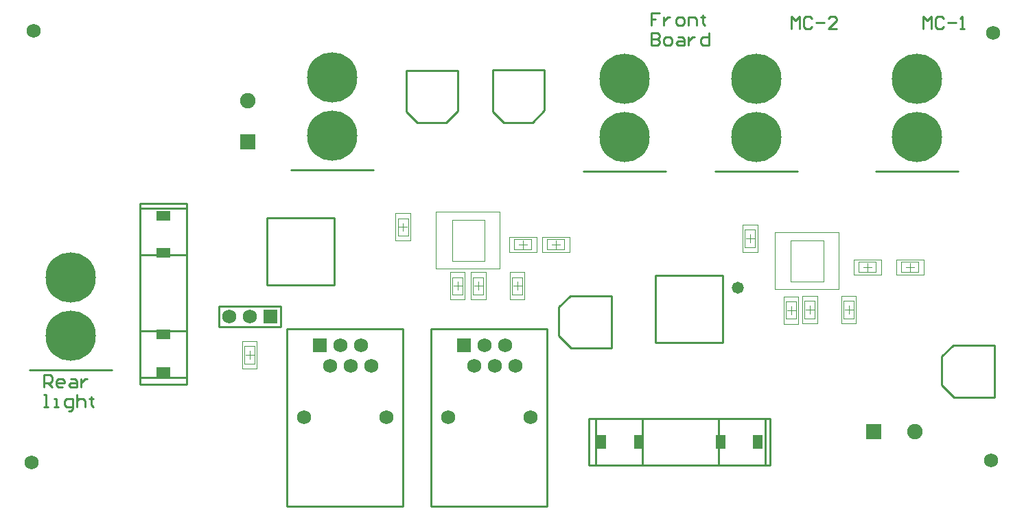
<source format=gbs>
G04*
G04 #@! TF.GenerationSoftware,Altium Limited,Altium Designer,19.1.8 (144)*
G04*
G04 Layer_Color=16711935*
%FSLAX25Y25*%
%MOIN*%
G70*
G01*
G75*
%ADD10C,0.01000*%
%ADD11C,0.00394*%
%ADD14C,0.00197*%
%ADD33R,0.04737X0.06706*%
%ADD34R,0.06706X0.04737*%
%ADD35C,0.24422*%
%ADD36C,0.06800*%
%ADD37R,0.06800X0.06800*%
%ADD38C,0.07493*%
%ADD39R,0.07493X0.07493*%
%ADD40R,0.07493X0.07493*%
%ADD41C,0.05800*%
D10*
X370772Y9661D02*
Y32339D01*
X282780Y9504D02*
X370772D01*
X282780D02*
Y32181D01*
Y32339D02*
X370772D01*
X64681Y137016D02*
X87358D01*
X87516Y49024D02*
Y137016D01*
X64839Y49024D02*
X87516D01*
X64681D02*
Y137016D01*
X268244Y72701D02*
Y86480D01*
Y72701D02*
X274150Y66795D01*
X273756Y91992D02*
X293835D01*
X268244Y86480D02*
X273756Y91992D01*
X293835Y66795D02*
Y91992D01*
X274150Y66795D02*
X293835D01*
X199520Y176165D02*
X213299D01*
X219205Y182071D01*
X194008Y181677D02*
Y201756D01*
Y181677D02*
X199520Y176165D01*
X194008Y201756D02*
X219205D01*
Y182071D02*
Y201756D01*
X454244Y48701D02*
Y62480D01*
Y48701D02*
X460150Y42795D01*
X459756Y67992D02*
X479835D01*
X454244Y62480D02*
X459756Y67992D01*
X479835Y42795D02*
Y67992D01*
X460150Y42795D02*
X479835D01*
X241520Y176244D02*
X255299D01*
X261205Y182150D01*
X236008Y181756D02*
Y201835D01*
Y181756D02*
X241520Y176244D01*
X236008Y201835D02*
X261205D01*
Y182150D02*
Y201835D01*
X345791Y9583D02*
Y32260D01*
Y9583D02*
X368291D01*
X346018Y32417D02*
X368134D01*
X368291Y9583D02*
Y32260D01*
X308596Y9504D02*
Y32181D01*
X308439Y32339D02*
X308596Y32181D01*
X286323Y32339D02*
X308439D01*
X286097Y9504D02*
X308596D01*
X286097D02*
Y32181D01*
X64760Y112035D02*
X87437D01*
Y134535D01*
X64602Y112262D02*
Y134378D01*
X64760Y134535D02*
X87437D01*
X64839Y74840D02*
X87516D01*
X64681Y74683D02*
X64839Y74840D01*
X64681Y52567D02*
Y74683D01*
X87516Y52341D02*
Y74840D01*
X64839Y52341D02*
X87516D01*
X422000Y152575D02*
X462000D01*
X280112D02*
X320112D01*
X138000Y153347D02*
X178000D01*
X344112Y152575D02*
X384112D01*
X11000Y56000D02*
X51000D01*
X126488Y129961D02*
X159165D01*
Y97284D02*
Y129961D01*
X126488Y97284D02*
X159165D01*
X126488D02*
Y129961D01*
X315039Y69441D02*
Y102118D01*
X347716D01*
Y69441D02*
Y102118D01*
X315039Y69441D02*
X347716D01*
X103000Y87000D02*
X133001D01*
Y77000D02*
Y87000D01*
X103000Y77000D02*
X133001D01*
X103000D02*
Y87000D01*
X18000Y47597D02*
Y53595D01*
X20999D01*
X21999Y52595D01*
Y50596D01*
X20999Y49596D01*
X18000D01*
X19999D02*
X21999Y47597D01*
X26997D02*
X24998D01*
X23998Y48597D01*
Y50596D01*
X24998Y51596D01*
X26997D01*
X27997Y50596D01*
Y49596D01*
X23998D01*
X30996Y51596D02*
X32995D01*
X33995Y50596D01*
Y47597D01*
X30996D01*
X29996Y48597D01*
X30996Y49596D01*
X33995D01*
X35994Y51596D02*
Y47597D01*
Y49596D01*
X36994Y50596D01*
X37993Y51596D01*
X38993D01*
X18000Y37999D02*
X19999D01*
X19000D01*
Y43997D01*
X18000D01*
X22998Y37999D02*
X24998D01*
X23998D01*
Y41998D01*
X22998D01*
X29996Y36000D02*
X30996D01*
X31995Y37000D01*
Y41998D01*
X28996D01*
X27997Y40998D01*
Y38999D01*
X28996Y37999D01*
X31995D01*
X33995Y43997D02*
Y37999D01*
Y40998D01*
X34995Y41998D01*
X36994D01*
X37993Y40998D01*
Y37999D01*
X40993Y42998D02*
Y41998D01*
X39993D01*
X41992D01*
X40993D01*
Y38999D01*
X41992Y37999D01*
X316999Y229596D02*
X313000D01*
Y226597D01*
X314999D01*
X313000D01*
Y223598D01*
X318998Y227596D02*
Y223598D01*
Y225597D01*
X319998Y226597D01*
X320997Y227596D01*
X321997D01*
X325996Y223598D02*
X327995D01*
X328995Y224597D01*
Y226597D01*
X327995Y227596D01*
X325996D01*
X324996Y226597D01*
Y224597D01*
X325996Y223598D01*
X330994D02*
Y227596D01*
X333993D01*
X334993Y226597D01*
Y223598D01*
X337992Y228596D02*
Y227596D01*
X336992D01*
X338992D01*
X337992D01*
Y224597D01*
X338992Y223598D01*
X313000Y219998D02*
Y214000D01*
X315999D01*
X316999Y215000D01*
Y215999D01*
X315999Y216999D01*
X313000D01*
X315999D01*
X316999Y217999D01*
Y218998D01*
X315999Y219998D01*
X313000D01*
X319998Y214000D02*
X321997D01*
X322997Y215000D01*
Y216999D01*
X321997Y217999D01*
X319998D01*
X318998Y216999D01*
Y215000D01*
X319998Y214000D01*
X325996Y217999D02*
X327995D01*
X328995Y216999D01*
Y214000D01*
X325996D01*
X324996Y215000D01*
X325996Y215999D01*
X328995D01*
X330994Y217999D02*
Y214000D01*
Y215999D01*
X331994Y216999D01*
X332994Y217999D01*
X333993D01*
X340991Y219998D02*
Y214000D01*
X337992D01*
X336992Y215000D01*
Y216999D01*
X337992Y217999D01*
X340991D01*
X381000Y222000D02*
Y227998D01*
X382999Y225999D01*
X384999Y227998D01*
Y222000D01*
X390997Y226998D02*
X389997Y227998D01*
X387998D01*
X386998Y226998D01*
Y223000D01*
X387998Y222000D01*
X389997D01*
X390997Y223000D01*
X392996Y224999D02*
X396995D01*
X402993Y222000D02*
X398994D01*
X402993Y225999D01*
Y226998D01*
X401993Y227998D01*
X399994D01*
X398994Y226998D01*
X445000Y222000D02*
Y227998D01*
X446999Y225999D01*
X448999Y227998D01*
Y222000D01*
X454997Y226998D02*
X453997Y227998D01*
X451998D01*
X450998Y226998D01*
Y223000D01*
X451998Y222000D01*
X453997D01*
X454997Y223000D01*
X456996Y224999D02*
X460995D01*
X462994Y222000D02*
X464993D01*
X463994D01*
Y227998D01*
X462994Y226998D01*
X136000Y-10500D02*
Y33500D01*
Y-10500D02*
X192500D01*
Y76000D01*
X136000D02*
X192500D01*
X136000Y33000D02*
Y76000D01*
X206000Y-10500D02*
Y33500D01*
Y-10500D02*
X262500D01*
Y76000D01*
X206000D02*
X262500D01*
X206000Y33000D02*
Y76000D01*
D11*
X216256Y108961D02*
X232004D01*
X216256D02*
Y129039D01*
X232004D01*
Y108961D02*
Y129039D01*
X380858Y98988D02*
X396606D01*
X380858D02*
Y119067D01*
X396606D01*
Y98988D02*
Y119067D01*
X120480Y59126D02*
Y67591D01*
X115520Y59126D02*
Y67591D01*
X120480D01*
X115520Y59126D02*
X120480D01*
X190020Y121268D02*
Y129732D01*
X194980Y121268D02*
Y129732D01*
X190020Y121268D02*
X194980D01*
X190020Y129732D02*
X194980D01*
X358520Y115768D02*
Y124232D01*
X363480Y115768D02*
Y124232D01*
X358520Y115768D02*
X363480D01*
X358520Y124232D02*
X363480D01*
X378520Y80843D02*
X383480D01*
X378520Y89307D02*
X383480D01*
X378520Y80843D02*
Y89307D01*
X383480Y80843D02*
Y89307D01*
X442874Y103520D02*
Y108480D01*
X434409Y103520D02*
Y108480D01*
Y103520D02*
X442874D01*
X434409Y108480D02*
X442874D01*
X216520Y92626D02*
X221480D01*
X216520Y101091D02*
X221480D01*
X216520Y92626D02*
Y101091D01*
X221480Y92626D02*
Y101091D01*
X245520Y92626D02*
X250480D01*
X245520Y101091D02*
X250480D01*
X245520Y92626D02*
Y101091D01*
X250480Y92626D02*
Y101091D01*
X270874Y114520D02*
Y119480D01*
X262409Y114520D02*
Y119480D01*
Y114520D02*
X270874D01*
X262409Y119480D02*
X270874D01*
X406520Y81126D02*
X411480D01*
X406520Y89591D02*
X411480D01*
X406520Y81126D02*
Y89591D01*
X411480Y81126D02*
Y89591D01*
X413768Y103520D02*
Y108480D01*
X422232Y103520D02*
Y108480D01*
X413768D02*
X422232D01*
X413768Y103520D02*
X422232D01*
X226520Y101091D02*
X231480D01*
X226520Y92626D02*
X231480D01*
Y101091D01*
X226520Y92626D02*
Y101091D01*
X246410Y114520D02*
Y119480D01*
X254874Y114520D02*
Y119480D01*
X246410D02*
X254874D01*
X246410Y114520D02*
X254874D01*
X387520Y89591D02*
X392480D01*
X387520Y81126D02*
X392480D01*
Y89591D01*
X387520Y81126D02*
Y89591D01*
X208382Y105417D02*
Y132976D01*
Y105417D02*
X239484D01*
Y132976D01*
X208382D02*
X239484D01*
X372984Y95445D02*
Y123004D01*
Y95445D02*
X404087D01*
Y123004D01*
X372984D02*
X404087D01*
X116032Y63358D02*
X119968D01*
X118000Y61390D02*
Y65327D01*
X190532Y125500D02*
X194468D01*
X192500Y123531D02*
Y127469D01*
X359032Y120000D02*
X362968D01*
X361000Y118032D02*
Y121968D01*
X381000Y83106D02*
Y87043D01*
X379031Y85075D02*
X382968D01*
X436673Y106000D02*
X440610D01*
X438642Y104032D02*
Y107968D01*
X219000Y94890D02*
Y98827D01*
X217032Y96858D02*
X220969D01*
X248000Y94890D02*
Y98827D01*
X246031Y96858D02*
X249969D01*
X264673Y117000D02*
X268610D01*
X266642Y115032D02*
Y118968D01*
X409000Y83390D02*
Y87327D01*
X407031Y85358D02*
X410968D01*
X416032Y106000D02*
X419969D01*
X418000Y104032D02*
Y107968D01*
X229000Y94890D02*
Y98827D01*
X227031Y96858D02*
X230968D01*
X248673Y117000D02*
X252610D01*
X250642Y115032D02*
Y118968D01*
X390000Y83390D02*
Y87327D01*
X388032Y85358D02*
X391968D01*
D14*
X121543Y56665D02*
Y70051D01*
X114457Y56665D02*
Y70051D01*
X121543D01*
X114457Y56665D02*
X121543D01*
X188760Y118807D02*
Y132193D01*
X196240Y118807D02*
Y132193D01*
X188760Y118807D02*
X196240D01*
X188760Y132193D02*
X196240D01*
X357260Y113307D02*
Y126693D01*
X364740Y113307D02*
Y126693D01*
X357260Y113307D02*
X364740D01*
X357260Y126693D02*
X364740D01*
X377457Y78382D02*
X384543D01*
X377457Y91768D02*
X384543D01*
X377457Y78382D02*
Y91768D01*
X384543Y78382D02*
Y91768D01*
X445335Y102457D02*
Y109543D01*
X431949Y102457D02*
Y109543D01*
Y102457D02*
X445335D01*
X431949Y109543D02*
X445335D01*
X215457Y90165D02*
X222543D01*
X215457Y103551D02*
X222543D01*
X215457Y90165D02*
Y103551D01*
X222543Y90165D02*
Y103551D01*
X244457Y90165D02*
X251543D01*
X244457Y103551D02*
X251543D01*
X244457Y90165D02*
Y103551D01*
X251543Y90165D02*
Y103551D01*
X273335Y113457D02*
Y120543D01*
X259949Y113457D02*
Y120543D01*
Y113457D02*
X273335D01*
X259949Y120543D02*
X273335D01*
X405457Y78665D02*
X412543D01*
X405457Y92051D02*
X412543D01*
X405457Y78665D02*
Y92051D01*
X412543Y78665D02*
Y92051D01*
X411307Y102260D02*
Y109740D01*
X424693Y102260D02*
Y109740D01*
X411307D02*
X424693D01*
X411307Y102260D02*
X424693D01*
X225260Y103551D02*
X232740D01*
X225260Y90165D02*
X232740D01*
Y103551D01*
X225260Y90165D02*
Y103551D01*
X243949Y113260D02*
Y120740D01*
X257335Y113260D02*
Y120740D01*
X243949D02*
X257335D01*
X243949Y113260D02*
X257335D01*
X386260Y92051D02*
X393740D01*
X386260Y78665D02*
X393740D01*
Y92051D01*
X386260Y78665D02*
Y92051D01*
D33*
X346756Y21020D02*
D03*
X364866Y21000D02*
D03*
X306992Y21020D02*
D03*
X288685Y21000D02*
D03*
D34*
X76000Y113000D02*
D03*
X76020Y131110D02*
D03*
X76000Y73236D02*
D03*
X76020Y54929D02*
D03*
D35*
X442000Y197575D02*
D03*
Y169228D02*
D03*
X300112Y197575D02*
D03*
Y169228D02*
D03*
X158000Y198346D02*
D03*
Y170000D02*
D03*
X364112Y197575D02*
D03*
Y169228D02*
D03*
X31000Y101000D02*
D03*
Y72654D02*
D03*
D36*
X108000Y82000D02*
D03*
X118000D02*
D03*
X177000Y58000D02*
D03*
X167000D02*
D03*
X157000D02*
D03*
X172000Y68000D02*
D03*
X162000D02*
D03*
X184500Y33000D02*
D03*
X144500D02*
D03*
X247000Y58000D02*
D03*
X237000D02*
D03*
X227000D02*
D03*
X242000Y68000D02*
D03*
X232000D02*
D03*
X254500Y33000D02*
D03*
X214500D02*
D03*
X13000Y221000D02*
D03*
X12000Y11000D02*
D03*
X479000Y220000D02*
D03*
X478000Y12000D02*
D03*
D37*
X128000Y82000D02*
D03*
X152000Y68000D02*
D03*
X222000D02*
D03*
D38*
X441000Y26000D02*
D03*
X117000Y187000D02*
D03*
D39*
X421000Y26000D02*
D03*
D40*
X117000Y167000D02*
D03*
D41*
X355000Y96000D02*
D03*
M02*

</source>
